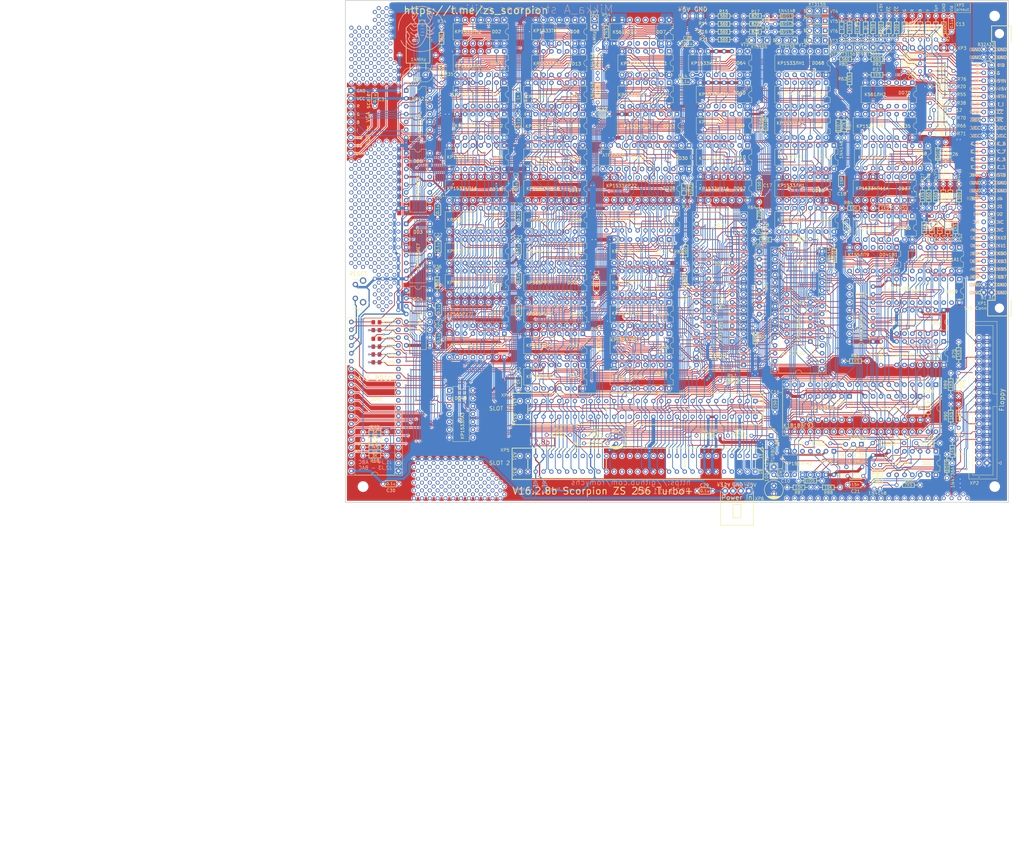
<source format=kicad_pcb>
(kicad_pcb
	(version 20241229)
	(generator "pcbnew")
	(generator_version "9.0")
	(general
		(thickness 1.6)
		(legacy_teardrops no)
	)
	(paper "A3")
	(layers
		(0 "F.Cu" signal "TopLayer")
		(2 "B.Cu" signal "BottomLayer")
		(9 "F.Adhes" user "F.Adhesive")
		(11 "B.Adhes" user "B.Adhesive")
		(13 "F.Paste" user "TopPasteMaskLayer")
		(15 "B.Paste" user "BottomPasteMaskLayer")
		(5 "F.SilkS" user "TopSilkLayer")
		(7 "B.SilkS" user "BottomSilkLayer")
		(1 "F.Mask" user "TopSolderMaskLayer")
		(3 "B.Mask" user "BottomSolderMaskLayer")
		(17 "Dwgs.User" user "Document")
		(19 "Cmts.User" user "User.Comments")
		(21 "Eco1.User" user "Multi-Layer")
		(23 "Eco2.User" user "Mechanical")
		(25 "Edge.Cuts" user "BoardOutLine")
		(27 "Margin" user)
		(31 "F.CrtYd" user "F.Courtyard")
		(29 "B.CrtYd" user "B.Courtyard")
		(35 "F.Fab" user "3DModel")
		(33 "B.Fab" user "BottomAssembly")
		(39 "User.1" user "DRCError")
		(41 "User.2" user)
		(43 "User.3" user "ComponentShapeLayer")
		(45 "User.4" user "LeadShapeLayer")
	)
	(setup
		(stackup
			(layer "F.SilkS"
				(type "Top Silk Screen")
			)
			(layer "F.Paste"
				(type "Top Solder Paste")
			)
			(layer "F.Mask"
				(type "Top Solder Mask")
				(thickness 0.01)
			)
			(layer "F.Cu"
				(type "copper")
				(thickness 0.035)
			)
			(layer "dielectric 1"
				(type "core")
				(thickness 1.51)
				(material "FR4")
				(epsilon_r 4.5)
				(loss_tangent 0.02)
			)
			(layer "B.Cu"
				(type "copper")
				(thickness 0.035)
			)
			(layer "B.Mask"
				(type "Bottom Solder Mask")
				(thickness 0.01)
			)
			(layer "B.Paste"
				(type "Bottom Solder Paste")
			)
			(layer "B.SilkS"
				(type "Bottom Silk Screen")
			)
			(copper_finish "None")
			(dielectric_constraints no)
		)
		(pad_to_mask_clearance 0)
		(allow_soldermask_bridges_in_footprints no)
		(tenting front back)
		(aux_axis_origin 40 30)
		(grid_origin 41.275 80.772)
		(pcbplotparams
			(layerselection 0x00000000_00000000_55555555_5755f5ff)
			(plot_on_all_layers_selection 0x00000000_00000000_00000000_00000000)
			(disableapertmacros no)
			(usegerberextensions no)
			(usegerberattributes yes)
			(usegerberadvancedattributes yes)
			(creategerberjobfile yes)
			(dashed_line_dash_ratio 12.000000)
			(dashed_line_gap_ratio 3.000000)
			(svgprecision 4)
			(plotframeref no)
			(mode 1)
			(useauxorigin no)
			(hpglpennumber 1)
			(hpglpenspeed 20)
			(hpglpendiameter 15.000000)
			(pdf_front_fp_property_popups yes)
			(pdf_back_fp_property_popups yes)
			(pdf_metadata yes)
			(pdf_single_document no)
			(dxfpolygonmode yes)
			(dxfimperialunits yes)
			(dxfusepcbnewfont yes)
			(psnegative no)
			(psa4output no)
			(plot_black_and_white yes)
			(sketchpadsonfab no)
			(plotpadnumbers no)
			(hidednponfab no)
			(sketchdnponfab yes)
			(crossoutdnponfab yes)
			(subtractmaskfromsilk no)
			(outputformat 1)
			(mirror no)
			(drillshape 0)
			(scaleselection 1)
			(outputdirectory "gerber/")
		)
	)
	(net 0 "")
	(net 1 "VCC")
	(net 2 "GND")
	(net 3 "/+12")
	(net 4 "/~{BC}")
	(net 5 "Net-(DD52-~{Y3})")
	(net 6 "Net-(DD52-~{Y1})")
	(net 7 "/~{RES}")
	(net 8 "/T_OUT")
	(net 9 "Net-(C11-Pad2)")
	(net 10 "Net-(C12-Pad2)")
	(net 11 "/T_IN")
	(net 12 "Net-(C13-Pad1)")
	(net 13 "/ROM")
	(net 14 "Net-(DD50.1-~{S})")
	(net 15 "Net-(DD60-WD)")
	(net 16 "+12V")
	(net 17 "/~{H1M}")
	(net 18 "/H1M")
	(net 19 "Net-(DD1.2-1)")
	(net 20 "/~{H2}")
	(net 21 "/14M")
	(net 22 "Net-(DD1.2-2)")
	(net 23 "Net-(DD1.6-3)")
	(net 24 "/H2")
	(net 25 "/H6")
	(net 26 "/H4")
	(net 27 "/~{H6}")
	(net 28 "unconnected-(DD2.2-~{Q}-Pad8)")
	(net 29 "/~{KC}")
	(net 30 "/CLK")
	(net 31 "/~{CLK}")
	(net 32 "/INT1")
	(net 33 "/H3")
	(net 34 "unconnected-(DD3-~{B}-Pad13)")
	(net 35 "/H0")
	(net 36 "Net-(DD3-~{P})")
	(net 37 "/H1")
	(net 38 "/H7")
	(net 39 "/H5")
	(net 40 "Net-(DD14.2-2)")
	(net 41 "Net-(DD14.2-3)")
	(net 42 "unconnected-(DD4-~{B}-Pad13)")
	(net 43 "Net-(DD5-~{P})")
	(net 44 "/~{BK}")
	(net 45 "/V0")
	(net 46 "/V3")
	(net 47 "Net-(DD12.3-3)")
	(net 48 "unconnected-(DD5-~{B}-Pad13)")
	(net 49 "/V1")
	(net 50 "/V2")
	(net 51 "/V4")
	(net 52 "/V7")
	(net 53 "/V6")
	(net 54 "/V5")
	(net 55 "unconnected-(DD6-~{B}-Pad13)")
	(net 56 "unconnected-(DD6-~{P}-Pad12)")
	(net 57 "unconnected-(DD7.1-Q0-Pad3)")
	(net 58 "unconnected-(DD7.2-Q2-Pad13)")
	(net 59 "Net-(DD7.1-Q3)")
	(net 60 "unconnected-(DD7.2-Q3-Pad14)")
	(net 61 "unconnected-(DD7.2-Q1-Pad12)")
	(net 62 "unconnected-(DD7.1-Q2-Pad5)")
	(net 63 "unconnected-(DD7.1-Q1-Pad4)")
	(net 64 "/FLASH")
	(net 65 "Net-(DD14.2-1)")
	(net 66 "Net-(DD8.2-D)")
	(net 67 "Net-(DD9.1-~{S})")
	(net 68 "/2M")
	(net 69 "unconnected-(DD9.1-~{Q}-Pad6)")
	(net 70 "Net-(DD55.2-~{Q})")
	(net 71 "Net-(DD9.2-Q)")
	(net 72 "/CLKWG")
	(net 73 "/TRB")
	(net 74 "/RAMM1")
	(net 75 "Net-(DD10.1-1)")
	(net 76 "/~{M1}")
	(net 77 "/~{RD}")
	(net 78 "/~{RAM}")
	(net 79 "/WRFE")
	(net 80 "Net-(DD10.2-1)")
	(net 81 "Net-(DD10.2-2)")
	(net 82 "/RDMEM")
	(net 83 "/~{WR}")
	(net 84 "Net-(DD10.2-3)")
	(net 85 "/~{MREQ}")
	(net 86 "Net-(DD43-SE)")
	(net 87 "/~{CAS}")
	(net 88 "Net-(DD11.2-3)")
	(net 89 "/RAS")
	(net 90 "Net-(VD3-A)")
	(net 91 "/~{RAS}")
	(net 92 "/INF")
	(net 93 "/~{CSR}")
	(net 94 "unconnected-(DD12.2-2-Pad5)")
	(net 95 "unconnected-(DD12.2-3-Pad6)")
	(net 96 "Net-(DD12.4-3)")
	(net 97 "/~{RFSH}")
	(net 98 "unconnected-(DD12.2-1-Pad4)")
	(net 99 "/A0")
	(net 100 "Net-(DD13.3-3)")
	(net 101 "/~{BRD}")
	(net 102 "Net-(DD13.4-3)")
	(net 103 "Net-(DD31.3-I3)")
	(net 104 "Net-(DD14.4-3)")
	(net 105 "Net-(DD14.3-2)")
	(net 106 "Net-(DD14-Pad3)")
	(net 107 "Net-(DD66.4-3)")
	(net 108 "/~{WRPRT}")
	(net 109 "/CSFF")
	(net 110 "/MA0")
	(net 111 "/A2")
	(net 112 "/MA2")
	(net 113 "/A1")
	(net 114 "/MA3")
	(net 115 "/A9")
	(net 116 "/MA1")
	(net 117 "/A3")
	(net 118 "/A11")
	(net 119 "/a0'")
	(net 120 "/A10")
	(net 121 "/a14'")
	(net 122 "/MA5")
	(net 123 "/A5")
	(net 124 "/A7")
	(net 125 "/MA4")
	(net 126 "/A13")
	(net 127 "/a15'")
	(net 128 "/A4")
	(net 129 "/A6")
	(net 130 "/MA6")
	(net 131 "/A12")
	(net 132 "/MA7")
	(net 133 "/SCR")
	(net 134 "Net-(DD18-B2)")
	(net 135 "Net-(DD18-B3)")
	(net 136 "Net-(DD18-B1)")
	(net 137 "/ARF")
	(net 138 "/D2")
	(net 139 "/~{IORQ}")
	(net 140 "/A8")
	(net 141 "/D3")
	(net 142 "/~{WAIT}")
	(net 143 "/D4")
	(net 144 "/~{BAK}")
	(net 145 "/A15")
	(net 146 "/~{BRQ}")
	(net 147 "/CLKCPU")
	(net 148 "/D5")
	(net 149 "/~{INT}")
	(net 150 "/~{NMI}")
	(net 151 "/D0")
	(net 152 "/~{HALT}")
	(net 153 "/D1")
	(net 154 "/D7")
	(net 155 "/D6")
	(net 156 "/A14")
	(net 157 "/MA8")
	(net 158 "/~{WE}")
	(net 159 "/MD0")
	(net 160 "/MD1")
	(net 161 "/MD2")
	(net 162 "/MD3")
	(net 163 "/MD4")
	(net 164 "/MD5")
	(net 165 "/MD6")
	(net 166 "/MD7")
	(net 167 "/A17")
	(net 168 "/A16")
	(net 169 "/CS27")
	(net 170 "/~{RDR}")
	(net 171 "/CS1")
	(net 172 "/WR_EN")
	(net 173 "/~{WRBFR}")
	(net 174 "unconnected-(DD30-IN-Pad2)")
	(net 175 "unconnected-(DD30-I{slash}O-Pad23)")
	(net 176 "unconnected-(DD30-I{slash}O-Pad15)")
	(net 177 "Net-(VD2-K)")
	(net 178 "unconnected-(DD30-I{slash}O-Pad18)")
	(net 179 "/~{CC}")
	(net 180 "/LSCR")
	(net 181 "/CSFD")
	(net 182 "Net-(DD32-~{E1})")
	(net 183 "Net-(DD32-~{Y3})")
	(net 184 "unconnected-(DD32-~{Y0}-Pad15)")
	(net 185 "unconnected-(DD32-~{Y2}-Pad13)")
	(net 186 "Net-(DD32-~{Y7})")
	(net 187 "/~{IORQGE}")
	(net 188 "unconnected-(DD32-~{Y4}-Pad11)")
	(net 189 "/BR")
	(net 190 "/I0")
	(net 191 "/INV")
	(net 192 "/BRD0")
	(net 193 "/BRD1")
	(net 194 "/I1")
	(net 195 "/BRD2")
	(net 196 "/P2")
	(net 197 "/I2")
	(net 198 "/P0")
	(net 199 "/P1")
	(net 200 "Net-(DD35-Q3)")
	(net 201 "Net-(DD35-Q1)")
	(net 202 "unconnected-(DD35-Q5-Pad12)")
	(net 203 "/KL3")
	(net 204 "/J2")
	(net 205 "/J1")
	(net 206 "/J0")
	(net 207 "/KL1")
	(net 208 "/KL2")
	(net 209 "/KL0")
	(net 210 "/J3")
	(net 211 "/~{CSKB}")
	(net 212 "/TIN")
	(net 213 "/DSR5")
	(net 214 "/INR")
	(net 215 "/KL4")
	(net 216 "/DRQ")
	(net 217 "/BUSY")
	(net 218 "/J4")
	(net 219 "Net-(DD39-DO)")
	(net 220 "unconnected-(DD40-Q1-Pad12)")
	(net 221 "unconnected-(DD40-Q2-Pad11)")
	(net 222 "unconnected-(DD40-Q0-Pad13)")
	(net 223 "unconnected-(DD41-I{slash}O-Pad14)")
	(net 224 "unconnected-(DD41-IN-Pad13)")
	(net 225 "unconnected-(DD41-I{slash}O-Pad16)")
	(net 226 "/KB2")
	(net 227 "/KB1")
	(net 228 "/SID")
	(net 229 "unconnected-(DD41A1-Pad2)")
	(net 230 "Net-(DD41A1.5-1)")
	(net 231 "/KB7")
	(net 232 "/KB0")
	(net 233 "unconnected-(DD41A1-Pad1)")
	(net 234 "/KB3")
	(net 235 "unconnected-(DD41B1.3-1-Pad5)")
	(net 236 "unconnected-(DD41B1.2-2-Pad4)")
	(net 237 "/KB4")
	(net 238 "/KB5")
	(net 239 "unconnected-(DD41B1.2-1-Pad3)")
	(net 240 "unconnected-(DD41B1.3-2-Pad6)")
	(net 241 "/KB6")
	(net 242 "Net-(DD42.1-Q)")
	(net 243 "unconnected-(DD42.2-Q-Pad9)")
	(net 244 "Net-(DD42.1-С)")
	(net 245 "unconnected-(DD42.1-~{Q}-Pad6)")
	(net 246 "/Y")
	(net 247 "/G")
	(net 248 "/R")
	(net 249 "/B")
	(net 250 "Net-(DD44-Y4)")
	(net 251 "Net-(DD44-A{slash}~{B})")
	(net 252 "/B3")
	(net 253 "/B0")
	(net 254 "/B1")
	(net 255 "/B2")
	(net 256 "Net-(DD45-B0)")
	(net 257 "Net-(DD45-B)")
	(net 258 "/WR_7FFD")
	(net 259 "/ROM1")
	(net 260 "Net-(DD47-Q2)")
	(net 261 "/TX")
	(net 262 "Net-(DD47-Q5)")
	(net 263 "Net-(DD47-Q1)")
	(net 264 "/WR_1FFD")
	(net 265 "unconnected-(DD47-Q3-Pad7)")
	(net 266 "/RD_FFFD")
	(net 267 "unconnected-(DD48.3-2-Pad10)")
	(net 268 "/WR_BFFD")
	(net 269 "/WR_FFFD")
	(net 270 "unconnected-(DD48.3-1-Pad9)")
	(net 271 "/SC18")
	(net 272 "/SC20")
	(net 273 "unconnected-(DD48.3-3-Pad8)")
	(net 274 "Net-(DD49-Pad8)")
	(net 275 "Net-(DD67.1-O)")
	(net 276 "/MG")
	(net 277 "Net-(DD50.1-D)")
	(net 278 "Net-(DD50.2-Q)")
	(net 279 "/~{DOS}")
	(net 280 "/DOS")
	(net 281 "Net-(DD51-IOA0)")
	(net 282 "Net-(DD51-IOA4)")
	(net 283 "unconnected-(DD51-IOA7-Pad14)")
	(net 284 "unconnected-(DD51-IOA6-Pad15)")
	(net 285 "Net-(DD51-ACB)")
	(net 286 "Net-(DD51-ACA)")
	(net 287 "Net-(DD51-IOA2)")
	(net 288 "Net-(DD51-IOA3)")
	(net 289 "Net-(DD51-IOA1)")
	(net 290 "Net-(DD51-IOA5)")
	(net 291 "Net-(DD51-ACC)")
	(net 292 "unconnected-(DD52-~{Y5}-Pad10)")
	(net 293 "/Q2")
	(net 294 "/RWD")
	(net 295 "/Q1")
	(net 296 "Net-(DD54-Q1)")
	(net 297 "/Q4")
	(net 298 "Net-(DD54-Q6)")
	(net 299 "/8M")
	(net 300 "Net-(DD54-Q2)")
	(net 301 "Net-(DD54-Q3)")
	(net 302 "/Q3")
	(net 303 "Net-(DD54-D5)")
	(net 304 "Net-(DD54-Q4)")
	(net 305 "/VF")
	(net 306 "unconnected-(DD55.2-Q-Pad9)")
	(net 307 "Net-(DD55.2-D)")
	(net 308 "/STP")
	(net 309 "Net-(DD55.1-~{Q})")
	(net 310 "unconnected-(DD55.1-Q-Pad5)")
	(net 311 "unconnected-(DD56.2-Q-Pad9)")
	(net 312 "/S")
	(net 313 "unconnected-(DD56.1-Q-Pad5)")
	(net 314 "Net-(DD56.2-С)")
	(net 315 "unconnected-(DD57-Q1-Pad2)")
	(net 316 "Net-(DD57-Q6)")
	(net 317 "Net-(DD57-Q2)")
	(net 318 "Net-(DD57-Q4)")
	(net 319 "Net-(DD57-Q3)")
	(net 320 "/TM9")
	(net 321 "/Centr_6")
	(net 322 "/Centr_5")
	(net 323 "/Centr_0")
	(net 324 "/Centr_1")
	(net 325 "/Centr_4")
	(net 326 "/Centr_2")
	(net 327 "/Centr_7")
	(net 328 "/Centr_3")
	(net 329 "unconnected-(DD59-I{slash}O-Pad16)")
	(net 330 "unconnected-(DD59-I2-Pad3)")
	(net 331 "unconnected-(DD59-I{slash}CLK-Pad1)")
	(net 332 "unconnected-(DD59-I9{slash}~{OE}-Pad11)")
	(net 333 "unconnected-(DD59-I3-Pad4)")
	(net 334 "unconnected-(DD59-I{slash}O-Pad18)")
	(net 335 "unconnected-(DD59-I{slash}O-Pad19)")
	(net 336 "unconnected-(DD59-I1-Pad2)")
	(net 337 "unconnected-(DD59-I{slash}O-Pad17)")
	(net 338 "/CS93")
	(net 339 "/TR0")
	(net 340 "/WRP")
	(net 341 "Net-(DD60-WG)")
	(net 342 "Net-(DD60-CRDY)")
	(net 343 "unconnected-(DD60-T43-Pad29)")
	(net 344 "/IND")
	(net 345 "Net-(DD60-STP)")
	(net 346 "Net-(DD60-DIR)")
	(net 347 "Net-(DD61.3-1)")
	(net 348 "/MOT")
	(net 349 "Net-(DD61.4-1)")
	(net 350 "/WPG")
	(net 351 "/DIR")
	(net 352 "/STB")
	(net 353 "/DAT")
	(net 354 "unconnected-(DD62-Q1-Pad12)")
	(net 355 "unconnected-(DD62-Q0-Pad13)")
	(net 356 "unconnected-(DD62-Q2-Pad11)")
	(net 357 "/4M")
	(net 358 "/RDT")
	(net 359 "Net-(DD63.2-3)")
	(net 360 "/DS0")
	(net 361 "/DS1")
	(net 362 "unconnected-(DD64-P2-Pad15)")
	(net 363 "/1M")
	(net 364 "Net-(DD65-~{Y5})")
	(net 365 "unconnected-(DD65-~{Y0}-Pad15)")
	(net 366 "unconnected-(DD65-~{Y2}-Pad13)")
	(net 367 "Net-(DD65-~{Y1})")
	(net 368 "unconnected-(DD65-~{Y4}-Pad11)")
	(net 369 "unconnected-(DD65-~{Y6}-Pad9)")
	(net 370 "/CSRD")
	(net 371 "Net-(DD66.2-1)")
	(net 372 "/RB")
	(net 373 "unconnected-(DD68-Pad1)")
	(net 374 "unconnected-(DD68.3-2-Pad6)")
	(net 375 "unconnected-(DD68.2-2-Pad4)")
	(net 376 "unconnected-(DD68.2-1-Pad3)")
	(net 377 "Net-(DD68.4-2)")
	(net 378 "unconnected-(DD68-Pad2)")
	(net 379 "unconnected-(DD68.3-1-Pad5)")
	(net 380 "Net-(DD68.5-2)")
	(net 381 "unconnected-(DD70.6-I-Pad13)")
	(net 382 "Net-(DD70.2-O)")
	(net 383 "Net-(DD70.3-O)")
	(net 384 "unconnected-(DD70.6-O-Pad12)")
	(net 385 "Net-(DD70.1-O)")
	(net 386 "Net-(DD70.2-I)")
	(net 387 "Net-(DD70.1-I)")
	(net 388 "Net-(J1-Pad2)")
	(net 389 "Net-(J2-Pad2)")
	(net 390 "/+5V_NEMO")
	(net 391 "/+12V_NEMO")
	(net 392 "Net-(VD6-A)")
	(net 393 "Net-(VT5-E)")
	(net 394 "/Go")
	(net 395 "Net-(VT6-E)")
	(net 396 "/Ro")
	(net 397 "Net-(VT4-E)")
	(net 398 "/Bo")
	(net 399 "Net-(VT3-E)")
	(net 400 "/VIDEO")
	(net 401 "Net-(VT1-C)")
	(net 402 "Net-(VD11-A)")
	(net 403 "Net-(VD12-A)")
	(net 404 "Net-(VD13-A)")
	(net 405 "Net-(VD11-K)")
	(net 406 "Net-(VD12-K)")
	(net 407 "Net-(VD13-K)")
	(net 408 "/SYNC")
	(net 409 "Net-(VT1-B)")
	(net 410 "/DSR")
	(net 411 "Net-(VT7-B)")
	(net 412 "Net-(VT9-B)")
	(net 413 "/AUDIO")
	(net 414 "/RTH")
	(net 415 "/LFT")
	(net 416 "/TxD")
	(net 417 "/-5V")
	(net 418 "Net-(VT7-C)")
	(net 419 "Net-(VT9-C)")
	(net 420 "Net-(VD8-A)")
	(net 421 "unconnected-(XP2-Pad4)")
	(net 422 "unconnected-(XP2-Pad34)")
	(net 423 "unconnected-(XP2-Pad14)")
	(net 424 "unconnected-(XP2-Pad2)")
	(net 425 "unconnected-(XP2-Pad6)")
	(net 426 "unconnected-(XP4-18-PadB18)")
	(net 427 "unconnected-(XP4-17-PadB17)")
	(net 428 "unconnected-(XP4-20-PadA20)")
	(net 429 "unconnected-(XP4-23-PadA23)")
	(net 430 "unconnected-(XP4-5-PadA5)")
	(net 431 "unconnected-(XP4-5-PadB5)")
	(net 432 "unconnected-(XP4-16-PadB16)")
	(net 433 "unconnected-(XP5-16-PadB16)")
	(net 434 "unconnected-(XP5-23-PadA23)")
	(net 435 "unconnected-(XP5-5-PadA5)")
	(net 436 "unconnected-(XP5-5-PadB5)")
	(net 437 "unconnected-(XP5-17-PadB17)")
	(net 438 "unconnected-(XP5-20-PadA20)")
	(net 439 "unconnected-(XP5-18-PadB18)")
	(net 440 "Net-(VT10-E)")
	(net 441 "Net-(VT10-B)")
	(net 442 "unconnected-(XP1-9-PadA9)")
	(net 443 "unconnected-(XP1-10-PadA10)")
	(net 444 "unconnected-(XP1-10-PadB10)")
	(footprint "Scorpion:" (layer "F.Cu") (at 46.995 89.6594 90))
	(footprint "Scorpion:" (layer "F.Cu") (at 44.455 89.6594 90))
	(footprint "Scorpion:RES_0.125W_P7.62" (layer "F.Cu") (at 179.837 107.4674 180))
	(footprint "Scorpion:" (layer "F.Cu") (at 48.265 116.3294))
	(footprint "Scorpion:" (layer "F.Cu") (at 83.825 189.9894))
	(footprint "Scorpion:" (layer "F.Cu") (at 82.555 186.1794))
	(footprint "Scorpion:" (layer "F.Cu") (at 50.805 45.2094))
	(footprint "Scorpion:Test-Point-TH-1.3-0.8" (layer "F.Cu") (at 49.535 107.4394 90))
	(footprint "Scorpion:" (layer "F.Cu") (at 45.725 98.5494 90))
	(footprint "Scorpion:" (layer "F.Cu") (at 49.535 94.7394 90))
	(footprint "Scorpion:" (layer "F.Cu") (at 52.075 56.6394))
	(footprint "Scorpion:" (layer "F.Cu") (at 54.615 41.3994))
	(footprint "Scorpion:PinSocket_1x09_P2.54mm_Vertical" (layer "F.Cu") (at 41.788 59.1794))
	(footprint "Scorpion:" (layer "F.Cu") (at 57.155 56.6394))
	(footprint "Scorpion:DIP-14_W7.62mm" (layer "F.Cu") (at 144.785 56.6648 -90))
	(footprint "Scorpion:" (layer "F.Cu") (at 50.805 52.8294))
	(footprint "Scorpion:" (layer "F.Cu") (at 49.535 120.1394))
	(footprint "Scorpion:" (layer "F.Cu") (at 82.555 178.5594))
	(footprint "Scorpion:RES_0.125W_P7.62" (layer "F.Cu") (at 163.83 170.9674))
	(footprint "Scorpion:" (layer "F.Cu") (at 86.365 182.3694))
	(footprint "Scorpion:" (layer "F.Cu") (at 53.345 85.8494 90))
	(footprint "Scorpion:" (layer "F.Cu") (at 57.155 102.3594))
	(footprint "Scorpion:RES_0.125W_P7.62" (layer "F.Cu") (at 238.633 97.1524 90))
	(footprint "Scorpion:" (layer "F.Cu") (at 80.015 186.1794))
	(footprint "Scorpion:" (layer "F.Cu") (at 46.995 102.3594 90))
	(footprint "Scorpion:CAP-TH_L5.08" (layer "F.Cu") (at 200.66 90.9294 90))
	(footprint "Scorpion:" (layer "F.Cu") (at 57.155 115.0594))
	(footprint "Scorpion:" (layer "F.Cu") (at 80.015 191.2594))
	(footprint "Scorpion:" (layer "F.Cu") (at 190.505 191.2594))
	(footprint "Scorpion:" (layer "F.Cu") (at 43.185 47.7494))
	(footprint "Scorpion:" (layer "F.Cu") (at 41.915 92.1994 90))
	(footprint "Scorpion:" (layer "F.Cu") (at 46.995 84.5794 90))
	(footprint "Scorpion:" (layer "F.Cu") (at 54.615 82.0394 90))
	(footprint "Scorpion:CAP-TH_L5.08" (layer "F.Cu") (at 121.285 119.6594 -90))
	(footprint "Scorpion:" (layer "F.Cu") (at 50.805 32.5094))
	(footprint "Scorpion:" (layer "F.Cu") (at 53.345 42.6694))
	(footprint "Scorpion:Test-Point-TH-1.3-0.8" (layer "F.Cu") (at 64.775 188.7194))
	(footprint "Scorpion:" (layer "F.Cu") (at 41.915 46.4794))
	(footprint "Scorpion:" (layer "F.Cu") (at 54.615 127.7594))
	(footprint "Scorpion:Test-Point-TH-1.3-0.8" (layer "F.Cu") (at 44.455 109.9794 90))
	(footprint "Scorpion:DIODE_TH_7.62" (layer "F.Cu") (at 190.5 107.3404 180))
	(footprint "Scorpion:SL62_P2.54_R2" (layer "F.Cu") (at 134.656 162.3034 -90))
	(footprint "Scorpion:CAP-TH_L5.08" (layer "F.Cu") (at 52.202 186.5604))
	(footprint "Scorpion:Test-Point-TH-1.3-0.8" (layer "F.Cu") (at 50.805 106.1694 90))
	(footprint "Scorpion:" (layer "F.Cu") (at 78.745 189.9894))
	(footprint "Scorpion:" (layer "F.Cu") (at 50.805 93.4694 90))
	(footprint "Scorpion:" (layer "F.Cu") (at 55.885 103.6294))
	(footprint "Scorpion:DIP-14_W7.62mm" (layer "F.Cu") (at 170.185 66.8248 -90))
	(footprint "Scorpion:" (layer "F.Cu") (at 41.915 43.9394))
	(footprint "Scorpion:" (layer "F.Cu") (at 49.535 97.2794 90))
	(footprint "Scorpion:HDR-2P-M-P2.54" (layer "F.Cu") (at 120.65 37.2364 90))
	(footprint "Scorpion:" (layer "F.Cu") (at 91.445 189.9894))
	(footprint "Scorpion:Test-Point-TH-1.3-0.8" (layer "F.Cu") (at 49.535 104.8994 90))
	(footprint "Scorpion:" (layer "F.Cu") (at 48.265 45.2094))
	(footprint "Scorpion:" (layer "F.Cu") (at 52.075 46.4794))
	(footprint "Scorpion:DIP-16_W7.62mm" (layer "F.Cu") (at 116.845 66.8248 -90))
	(footprint "Scorpion:" (layer "F.Cu") (at 53.345 52.8294))
	(footprint "Scorpion:" (layer "F.Cu") (at 77.475 181.0994))
	(footprint "Scorpion:" (layer "F.Cu") (at 44.455 87.1194 90))
	(footprint "Scorpion:" (layer "F.Cu") (at 50.805 96.0094 90))
	(footprint "Scorpion:" (layer "F.Cu") (at 49.535 84.5794 90))
	(footprint "Scorpion:DIODE_TH_7.62" (layer "F.Cu") (at 231.775 75.9714 -90))
	(footprint "Scorpion:" (layer "F.Cu") (at 49.535 49.0194))
	(footprint "Scorpion:" (layer "F.Cu") (at 43.185 42.6694))
	(footprint "Scorpion:" (layer "F.Cu") (at 44.455 54.0994))
	(footprint "Scorpion:" (layer "F.Cu") (at 88.905 187.4494))
	(footprint "Scorpion:" (layer "F.Cu") (at 46.995 49.0194))
	(footprint "Scorpion:D-TH_LED_P2.54" (layer "F.Cu") (at 177.8 170.9674 -90))
	(footprint "Scorpion:" (layer "F.Cu") (at 48.265 113.7894))
	(footprint "Scorpion:" (layer "F.Cu") (at 203.205 191.2594))
	(footprint "Scorpion:Test-Point-TH-1.3-0.8" (layer "F.Cu") (at 54.615 104.8994 90))
	(footprint "Scorpion:" (layer "F.Cu") (at 50.805 123.9494))
	(footprint "Scorpion:" (layer "F.Cu") (at 43.185 101.0894 90))
	(footprint "Scorpion:Test-Point-TH-1.3-0.8" (layer "F.Cu") (at 66.045 189.9894))
	(footprint "Scorpion:" (layer "F.Cu") (at 45.725 113.7894))
	(footprint "Scorpion:" (layer "F.Cu") (at 220.985 191.2594))
	(footprint "Scorpion:DIODE-TH_P11.43" (layer "F.Cu") (at 198.247 118.8974 90))
	(footprint "Scorpion:" (layer "F.Cu") (at 68.585 184.9094))
	(footprint "Scorpion:DIP-16_W7.62mm" (layer "F.Cu") (at 144.785 137.9448 -90))
	(footprint "Scorpion:" (layer "F.Cu") (at 57.155 104.8994))
	(footprint "Scorpion:"
		(layer "F.Cu")
		(uuid "1be6950c-26f8-411a-b0b5-7a729d0168fc")
		(at 57.155 51.5594)
		(property "Reference" ""
			(at 0 0 0)
			(layer "F.SilkS")
			(uuid "92fb0a9a-9134-40f0-8cbe-485d3fbc6fd7")
			(effects
				(font
					(size 1.27 1.27)
					(thickness 0.15)
				)
			)
		)
		(property "Value" ""
			(at 0 0 0)
			(layer "F.Fab")
			(uuid "9624b2e4-5724-405a-ae0e-99b8dc69f5a4")
			(effects
				(font
					(size 1.27 1.27)
					(thickness 0.15)
				)
			)
		)
		(property "Datasheet" ""
			(at 0 0 0)
			(layer "F.Fab")
			(hide yes)
			(uuid "1c82abd4-fa2e-497
... [5407854 chars truncated]
</source>
